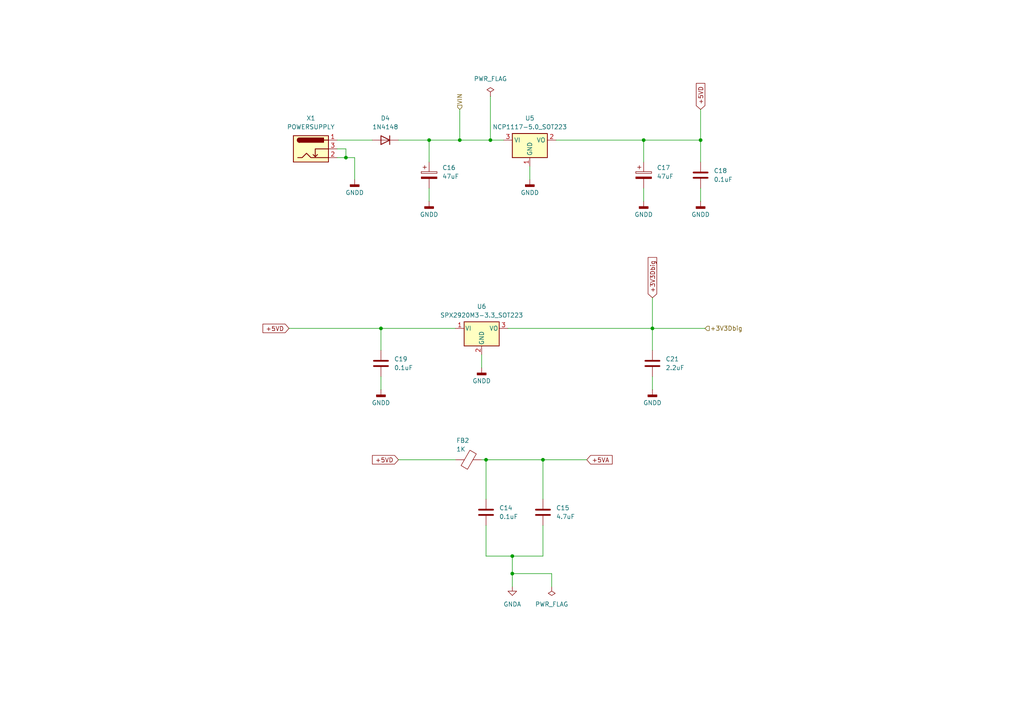
<source format=kicad_sch>
(kicad_sch (version 20250114) (generator "eeschema") (generator_version "9.0")
  (paper "A4")
  (lib_symbols
    (symbol "Connector:Barrel_Jack_Switch" (pin_names (hide yes))
      (property "Reference" "J" (at 0 5.334 0))
      (property "Value" "Barrel_Jack_Switch" (at 0 -5.08 0))
      (symbol "Barrel_Jack_Switch_0_1"
        (rectangle (start -5.08 3.81) (end 5.08 -3.81) (stroke (width 0.254)) (fill (type background)))
        (polyline (pts (xy -3.81 -2.54) (xy -2.54 -2.54) (xy -1.27 -1.27) (xy 0 -2.54) (xy 2.54 -2.54) (xy 5.08 -2.54)) (stroke (width 0.254)))
        (arc (start -3.302 1.905) (mid -3.9343 2.54) (end -3.302 3.175) (stroke (width 0.254)))
        (arc (start -3.302 1.905) (mid -3.9343 2.54) (end -3.302 3.175) (stroke (width 0.254)) (fill (type outline)))
        (polyline (pts (xy 1.27 -2.286) (xy 1.905 -1.651)) (stroke (width 0.254)))
        (rectangle (start 3.683 3.175) (end -3.302 1.905) (stroke (width 0.254)) (fill (type outline)))
        (polyline (pts (xy 5.08 2.54) (xy 3.81 2.54)) (stroke (width 0.254)))
        (polyline (pts (xy 5.08 0) (xy 1.27 0) (xy 1.27 -2.286) (xy 0.635 -1.651)) (stroke (width 0.254)))
      )
      (symbol "Barrel_Jack_Switch_1_1"
        (pin passive line (at 7.62 2.54 180) (length 2.54) (name "~") (number "1"))
        (pin passive line (at 7.62 0 180) (length 2.54) (name "~") (number "3"))
        (pin passive line (at 7.62 -2.54 180) (length 2.54) (name "~") (number "2"))
      )
    )
    (symbol "Device:C" (pin_numbers (hide yes)) (pin_names (offset 0.254))
      (property "Reference" "C" (at 0.635 2.54 0))
      (property "Value" "C" (at 0.635 -2.54 0))
      (symbol "C_0_1"
        (polyline (pts (xy -2.032 0.762) (xy 2.032 0.762)) (stroke (width 0.508)))
        (polyline (pts (xy -2.032 -0.762) (xy 2.032 -0.762)) (stroke (width 0.508)))
      )
      (symbol "C_1_1"
        (pin passive line (at 0 3.81 270) (length 2.794) (name "~") (number "1"))
        (pin passive line (at 0 -3.81 90) (length 2.794) (name "~") (number "2"))
      )
    )
    (symbol "Device:C_Polarized" (pin_numbers (hide yes)) (pin_names (offset 0.254))
      (property "Reference" "C" (at 0.635 2.54 0))
      (property "Value" "C_Polarized" (at 0.635 -2.54 0))
      (symbol "C_Polarized_0_1"
        (rectangle (start -2.286 0.508) (end 2.286 1.016))
        (polyline (pts (xy -1.778 2.286) (xy -0.762 2.286)))
        (polyline (pts (xy -1.27 2.794) (xy -1.27 1.778)))
        (rectangle (start 2.286 -0.508) (end -2.286 -1.016) (fill (type outline)))
      )
      (symbol "C_Polarized_1_1"
        (pin passive line (at 0 3.81 270) (length 2.794) (name "~") (number "1"))
        (pin passive line (at 0 -3.81 90) (length 2.794) (name "~") (number "2"))
      )
    )
    (symbol "Device:FerriteBead" (pin_numbers (hide yes)) (pin_names (offset 0))
      (property "Reference" "FB" (at -3.81 0.635 90))
      (property "Value" "FerriteBead" (at 3.81 0 90))
      (symbol "FerriteBead_0_1"
        (polyline (pts (xy -2.7686 0.4064) (xy -1.7018 2.2606) (xy 2.7686 -0.3048) (xy 1.6764 -2.159) (xy -2.7686 0.4064)))
        (polyline (pts (xy 0 1.27) (xy 0 1.2954)))
        (polyline (pts (xy 0 -1.27) (xy 0 -1.2192)))
      )
      (symbol "FerriteBead_1_1"
        (pin passive line (at 0 3.81 270) (length 2.54) (name "~") (number "1"))
        (pin passive line (at 0 -3.81 90) (length 2.54) (name "~") (number "2"))
      )
    )
    (symbol "Diode:1N4148" (pin_numbers (hide yes)) (pin_names (hide yes))
      (property "Reference" "D" (at 0 2.54 0))
      (property "Value" "1N4148" (at 0 -2.54 0))
      (symbol "1N4148_0_1"
        (polyline (pts (xy -1.27 1.27) (xy -1.27 -1.27)) (stroke (width 0.254)))
        (polyline (pts (xy 1.27 1.27) (xy 1.27 -1.27) (xy -1.27 0) (xy 1.27 1.27)) (stroke (width 0.254)))
        (polyline (pts (xy 1.27 0) (xy -1.27 0)))
      )
      (symbol "1N4148_1_1"
        (pin passive line (at -3.81 0 0) (length 2.54) (name "K") (number "1"))
        (pin passive line (at 3.81 0 180) (length 2.54) (name "A") (number "2"))
      )
    )
    (symbol "Regulator_Linear:NCP1117-5.0_SOT223"
      (property "Reference" "U" (at -3.81 3.175 0))
      (property "Value" "NCP1117-5.0_SOT223" (at 0 3.175 0))
      (symbol "NCP1117-5.0_SOT223_0_1"
        (rectangle (start -5.08 -5.08) (end 5.08 1.905) (stroke (width 0.254)) (fill (type background)))
      )
      (symbol "NCP1117-5.0_SOT223_1_1"
        (pin power_in line (at -7.62 0 0) (length 2.54) (name "VI") (number "3"))
        (pin power_in line (at 0 -7.62 90) (length 2.54) (name "GND") (number "1"))
        (pin power_out line (at 7.62 0 180) (length 2.54) (name "VO") (number "2"))
      )
    )
    (symbol "Regulator_Linear:SPX2920M3-3.3_SOT223" (pin_names (offset 0.254))
      (property "Reference" "U" (at -3.81 3.175 0))
      (property "Value" "SPX2920M3-3.3_SOT223" (at 0 3.175 0))
      (symbol "SPX2920M3-3.3_SOT223_0_1"
        (rectangle (start -5.08 -5.08) (end 5.08 1.905) (stroke (width 0.254)) (fill (type background)))
      )
      (symbol "SPX2920M3-3.3_SOT223_1_1"
        (pin power_in line (at -7.62 0 0) (length 2.54) (name "VI") (number "1"))
        (pin power_in line (at 0 -7.62 90) (length 2.54) (name "GND") (number "2"))
        (pin power_out line (at 7.62 0 180) (length 2.54) (name "VO") (number "3"))
      )
    )
    (symbol "power:GNDA" (power) (pin_numbers (hide yes)) (pin_names (offset 0) (hide yes))
      (property "Value" "GNDA" (at 0 -3.81 0))
      (symbol "GNDA_0_1"
        (polyline (pts (xy 0 0) (xy 0 -1.27) (xy 1.27 -1.27) (xy 0 -2.54) (xy -1.27 -1.27) (xy 0 -1.27)))
      )
      (symbol "GNDA_1_1"
        (pin power_in line (at 0 0 270) (length 0) (name "~") (number "1"))
      )
    )
    (symbol "power:GNDD" (power) (pin_numbers (hide yes)) (pin_names (offset 0) (hide yes))
      (property "Value" "GNDD" (at 0 -3.175 0))
      (symbol "GNDD_0_1"
        (rectangle (start -1.27 -1.524) (end 1.27 -2.032) (stroke (width 0.254)) (fill (type outline)))
        (polyline (pts (xy 0 0) (xy 0 -1.524)))
      )
      (symbol "GNDD_1_1"
        (pin power_in line (at 0 0 270) (length 0) (name "~") (number "1"))
      )
    )
    (symbol "power:PWR_FLAG" (power) (pin_numbers (hide yes)) (pin_names (offset 0) (hide yes))
      (property "Value" "PWR_FLAG" (at 0 3.81 0))
      (symbol "PWR_FLAG_0_0"
        (pin power_out line (at 0 0 90) (length 0) (name "~") (number "1"))
      )
      (symbol "PWR_FLAG_0_1"
        (polyline (pts (xy 0 0) (xy 0 1.27) (xy -1.016 1.905) (xy 0 2.54) (xy 1.016 1.905) (xy 0 1.27)))
      )
    )
  )
  (junction (at 203.2 40.64))
  (junction (at 110.49 95.25))
  (junction (at 124.46 40.64))
  (junction (at 133.35 40.64))
  (junction (at 148.59 161.29))
  (junction (at 142.24 40.64))
  (junction (at 148.59 166.37))
  (junction (at 157.48 133.35))
  (junction (at 140.97 133.35))
  (junction (at 189.23 95.25))
  (junction (at 100.33 45.72))
  (junction (at 186.69 40.64))
  (wire (pts (xy 147.32 95.25) (xy 189.23 95.25)))
  (wire (pts (xy 157.48 152.4) (xy 157.48 161.29)))
  (wire (pts (xy 142.24 40.64) (xy 146.05 40.64)))
  (wire (pts (xy 110.49 95.25) (xy 132.08 95.25)))
  (wire (pts (xy 203.2 40.64) (xy 203.2 46.99)))
  (wire (pts (xy 140.97 133.35) (xy 140.97 144.78)))
  (wire (pts (xy 140.97 161.29) (xy 140.97 152.4)))
  (wire (pts (xy 102.87 45.72) (xy 100.33 45.72)))
  (wire (pts (xy 189.23 95.25) (xy 189.23 101.6)))
  (wire (pts (xy 97.79 40.64) (xy 107.95 40.64)))
  (wire (pts (xy 189.23 86.36) (xy 189.23 95.25)))
  (wire (pts (xy 110.49 101.6) (xy 110.49 95.25)))
  (wire (pts (xy 148.59 166.37) (xy 148.59 170.18)))
  (wire (pts (xy 203.2 54.61) (xy 203.2 58.42)))
  (wire (pts (xy 160.02 166.37) (xy 148.59 166.37)))
  (wire (pts (xy 124.46 40.64) (xy 133.35 40.64)))
  (wire (pts (xy 140.97 133.35) (xy 157.48 133.35)))
  (wire (pts (xy 157.48 161.29) (xy 148.59 161.29)))
  (wire (pts (xy 124.46 54.61) (xy 124.46 58.42)))
  (wire (pts (xy 97.79 43.18) (xy 100.33 43.18)))
  (wire (pts (xy 139.7 133.35) (xy 140.97 133.35)))
  (wire (pts (xy 102.87 52.07) (xy 102.87 45.72)))
  (wire (pts (xy 161.29 40.64) (xy 186.69 40.64)))
  (wire (pts (xy 148.59 161.29) (xy 140.97 161.29)))
  (wire (pts (xy 133.35 40.64) (xy 142.24 40.64)))
  (wire (pts (xy 186.69 46.99) (xy 186.69 40.64)))
  (wire (pts (xy 203.2 40.64) (xy 186.69 40.64)))
  (wire (pts (xy 157.48 133.35) (xy 157.48 144.78)))
  (wire (pts (xy 189.23 95.25) (xy 204.47 95.25)))
  (wire (pts (xy 189.23 109.22) (xy 189.23 113.03)))
  (wire (pts (xy 100.33 45.72) (xy 97.79 45.72)))
  (wire (pts (xy 133.35 31.75) (xy 133.35 40.64)))
  (wire (pts (xy 186.69 54.61) (xy 186.69 58.42)))
  (wire (pts (xy 157.48 133.35) (xy 170.18 133.35)))
  (wire (pts (xy 124.46 46.99) (xy 124.46 40.64)))
  (wire (pts (xy 115.57 40.64) (xy 124.46 40.64)))
  (wire (pts (xy 203.2 31.75) (xy 203.2 40.64)))
  (wire (pts (xy 153.67 48.26) (xy 153.67 52.07)))
  (wire (pts (xy 110.49 109.22) (xy 110.49 113.03)))
  (wire (pts (xy 115.57 133.35) (xy 132.08 133.35)))
  (wire (pts (xy 148.59 161.29) (xy 148.59 166.37)))
  (wire (pts (xy 100.33 43.18) (xy 100.33 45.72)))
  (wire (pts (xy 139.7 102.87) (xy 139.7 106.68)))
  (wire (pts (xy 83.82 95.25) (xy 110.49 95.25)))
  (wire (pts (xy 142.24 27.94) (xy 142.24 40.64)))
  (wire (pts (xy 160.02 170.18) (xy 160.02 166.37)))
  (global_label "+5VD" (shape input) (at 203.2 31.75 90) (property "Intersheetrefs" "${INTERSHEET_REFS}" (effects (hide yes))))
  (global_label "+3V3Dbig" (shape input) (at 189.23 86.36 90) (property "Intersheetrefs" "${INTERSHEET_REFS}" (effects (hide yes))))
  (global_label "+5VA" (shape input) (at 170.18 133.35 0) (property "Intersheetrefs" "${INTERSHEET_REFS}" (effects (hide yes))))
  (global_label "+5VD" (shape input) (at 115.57 133.35 180) (property "Intersheetrefs" "${INTERSHEET_REFS}" (effects (hide yes))))
  (global_label "+5VD" (shape input) (at 83.82 95.25 180) (property "Intersheetrefs" "${INTERSHEET_REFS}" (effects (hide yes))))
  (hierarchical_label "+3V3Dbig" (shape input) (at 204.47 95.25 0))
  (hierarchical_label "VIN" (shape input) (at 133.35 31.75 90))
  (symbol (lib_id "Device:C") (at 110.49 105.41 180) (unit 1)
    (property "Reference" "C19" (at 114.3 104.1399 0) (effects (justify right)))
    (property "Value" "0.1uF" (at 114.3 106.6799 0) (effects (justify right)))
    (property "Footprint" "Capacitor_SMD:C_0603_1608Metric" (effects (hide yes)))
    (property "Description" "Unpolarized capacitor" (effects (hide yes)))
  )
  (symbol (lib_id "power:GNDD") (at 186.69 58.42 0) (unit 1)
    (property "Reference" "#PWR023" (effects (hide yes)))
    (property "Value" "GNDD" (at 186.69 62.23 0))
    (property "Description" "Power symbol creates a global label with name \"GNDD\" , digital ground" (effects (hide yes)))
  )
  (symbol (lib_id "power:GNDD") (at 139.7 106.68 0) (unit 1)
    (property "Reference" "#PWR027" (effects (hide yes)))
    (property "Value" "GNDD" (at 139.7 110.49 0))
    (property "Description" "Power symbol creates a global label with name \"GNDD\" , digital ground" (effects (hide yes)))
  )
  (symbol (lib_id "power:PWR_FLAG") (at 142.24 27.94 0) (unit 1)
    (property "Reference" "#FLG06" (effects (hide yes)))
    (property "Value" "PWR_FLAG" (at 142.24 22.86 0))
    (property "Description" "Special symbol for telling ERC where power comes from" (effects (hide yes)))
  )
  (symbol (lib_id "Device:C") (at 157.48 148.59 0) (unit 1)
    (property "Reference" "C15" (at 161.29 147.3199 0) (effects (justify left)))
    (property "Value" "4.7uF" (at 161.29 149.8599 0) (effects (justify left)))
    (property "Footprint" "Capacitor_SMD:C_0603_1608Metric" (effects (hide yes)))
    (property "Description" "Unpolarized capacitor" (effects (hide yes)))
  )
  (symbol (lib_id "Connector:Barrel_Jack_Switch") (at 90.17 43.18 0) (unit 1)
    (property "Reference" "X1" (at 90.17 34.29 0))
    (property "Value" "POWERSUPPLY" (at 90.17 36.83 0))
    (property "Footprint" "Connector_BarrelJack:BarrelJack_CUI_PJ-102AH_Horizontal" (effects (hide yes)))
    (property "Description" "DC Barrel Jack with an internal switch" (effects (hide yes)))
  )
  (symbol (lib_id "Regulator_Linear:SPX2920M3-3.3_SOT223") (at 139.7 95.25 0) (unit 1)
    (property "Reference" "U6" (at 139.7 88.9 0))
    (property "Value" "SPX2920M3-3.3_SOT223" (at 139.7 91.44 0))
    (property "Footprint" "Package_TO_SOT_SMD:SOT-223-3_TabPin2" (effects (hide yes)))
    (property "Datasheet" "http://www.zlgmcu.com/Sipex/LDO/PDF/spx2920.pdf" (effects (hide yes)))
    (property "Description" "400mA Low drop-out regulator, Fixed Output 3.3V, SOT-223" (effects (hide yes)))
  )
  (symbol (lib_id "Device:C") (at 140.97 148.59 0) (unit 1)
    (property "Reference" "C14" (at 144.78 147.3199 0) (effects (justify left)))
    (property "Value" "0.1uF" (at 144.78 149.8599 0) (effects (justify left)))
    (property "Footprint" "Capacitor_SMD:C_0603_1608Metric" (effects (hide yes)))
    (property "Description" "Unpolarized capacitor" (effects (hide yes)))
  )
  (symbol (lib_id "Device:C") (at 189.23 105.41 180) (unit 1)
    (property "Reference" "C21" (at 193.04 104.1399 0) (effects (justify right)))
    (property "Value" "2.2uF" (at 193.04 106.6799 0) (effects (justify right)))
    (property "Footprint" "Capacitor_SMD:C_0603_1608Metric" (effects (hide yes)))
    (property "Description" "Unpolarized capacitor" (effects (hide yes)))
  )
  (symbol (lib_id "Device:C_Polarized") (at 124.46 50.8 0) (unit 1)
    (property "Reference" "C16" (at 128.27 48.6409 0) (effects (justify left)))
    (property "Value" "47uF" (at 128.27 51.1809 0) (effects (justify left)))
    (property "Footprint" "Capacitor_SMD:CP_Elec_6.3x5.4" (effects (hide yes)))
    (property "Description" "Polarized capacitor" (effects (hide yes)))
  )
  (symbol (lib_id "Device:C") (at 203.2 50.8 180) (unit 1)
    (property "Reference" "C18" (at 207.01 49.5299 0) (effects (justify right)))
    (property "Value" "0.1uF" (at 207.01 52.0699 0) (effects (justify right)))
    (property "Footprint" "Capacitor_SMD:C_0603_1608Metric" (effects (hide yes)))
    (property "Description" "Unpolarized capacitor" (effects (hide yes)))
  )
  (symbol (lib_id "power:GNDD") (at 110.49 113.03 0) (unit 1)
    (property "Reference" "#PWR026" (effects (hide yes)))
    (property "Value" "GNDD" (at 110.49 116.84 0))
    (property "Description" "Power symbol creates a global label with name \"GNDD\" , digital ground" (effects (hide yes)))
  )
  (symbol (lib_id "power:PWR_FLAG") (at 160.02 170.18 180) (unit 1)
    (property "Reference" "#FLG07" (effects (hide yes)))
    (property "Value" "PWR_FLAG" (at 160.02 175.26 0))
    (property "Description" "Special symbol for telling ERC where power comes from" (effects (hide yes)))
  )
  (symbol (lib_id "power:GNDD") (at 124.46 58.42 0) (unit 1)
    (property "Reference" "#PWR022" (effects (hide yes)))
    (property "Value" "GNDD" (at 124.46 62.23 0))
    (property "Description" "Power symbol creates a global label with name \"GNDD\" , digital ground" (effects (hide yes)))
  )
  (symbol (lib_id "power:GNDD") (at 203.2 58.42 0) (unit 1)
    (property "Reference" "#PWR024" (effects (hide yes)))
    (property "Value" "GNDD" (at 203.2 62.23 0))
    (property "Description" "Power symbol creates a global label with name \"GNDD\" , digital ground" (effects (hide yes)))
  )
  (symbol (lib_id "power:GNDD") (at 153.67 52.07 0) (unit 1)
    (property "Reference" "#PWR021" (effects (hide yes)))
    (property "Value" "GNDD" (at 153.67 55.88 0))
    (property "Description" "Power symbol creates a global label with name \"GNDD\" , digital ground" (effects (hide yes)))
  )
  (symbol (lib_id "power:GNDD") (at 189.23 113.03 0) (unit 1)
    (property "Reference" "#PWR029" (effects (hide yes)))
    (property "Value" "GNDD" (at 189.23 116.84 0))
    (property "Description" "Power symbol creates a global label with name \"GNDD\" , digital ground" (effects (hide yes)))
  )
  (symbol (lib_id "Device:FerriteBead") (at 135.89 133.35 270) (unit 1)
    (property "Reference" "FB2" (at 132.334 127.762 90) (effects (justify left)))
    (property "Value" "1K" (at 132.334 130.302 90) (effects (justify left)))
    (property "Footprint" "Inductor_SMD:L_0603_1608Metric" (effects (hide yes)))
    (property "Description" "Ferrite bead" (effects (hide yes)))
  )
  (symbol (lib_id "Device:C_Polarized") (at 186.69 50.8 0) (unit 1)
    (property "Reference" "C17" (at 190.5 48.6409 0) (effects (justify left)))
    (property "Value" "47uF" (at 190.5 51.1809 0) (effects (justify left)))
    (property "Footprint" "Capacitor_SMD:CP_Elec_6.3x5.4" (effects (hide yes)))
    (property "Description" "Polarized capacitor" (effects (hide yes)))
  )
  (symbol (lib_id "power:GNDD") (at 102.87 52.07 0) (unit 1)
    (property "Reference" "#PWR019" (effects (hide yes)))
    (property "Value" "GNDD" (at 102.87 55.88 0))
    (property "Description" "Power symbol creates a global label with name \"GNDD\" , digital ground" (effects (hide yes)))
  )
  (symbol (lib_id "Regulator_Linear:NCP1117-5.0_SOT223") (at 153.67 40.64 0) (unit 1)
    (property "Reference" "U5" (at 153.67 34.29 0))
    (property "Value" "NCP1117-5.0_SOT223" (at 153.67 36.83 0))
    (property "Footprint" "Package_TO_SOT_SMD:SOT-223-3_TabPin2" (effects (hide yes)))
    (property "Datasheet" "http://www.onsemi.com/pub_link/Collateral/NCP1117-D.PDF" (effects (hide yes)))
    (property "Description" "1A Low drop-out regulator, Fixed Output 5V, SOT-223" (effects (hide yes)))
  )
  (symbol (lib_id "power:GNDA") (at 148.59 170.18 0) (unit 1)
    (property "Reference" "#PWR020" (effects (hide yes)))
    (property "Value" "GNDA" (at 148.59 175.26 0))
    (property "Description" "Power symbol creates a global label with name \"GNDA\" , analog ground" (effects (hide yes)))
  )
  (symbol (lib_id "Diode:1N4148") (at 111.76 40.64 180) (unit 1)
    (property "Reference" "D4" (at 111.76 34.29 0))
    (property "Value" "1N4148" (at 111.76 36.83 0))
    (property "Footprint" "Diode_SMD:D_SMA" (effects (hide yes)))
    (property "Datasheet" "https://assets.nexperia.com/documents/data-sheet/1N4148_1N4448.pdf" (effects (hide yes)))
    (property "Description" "100V 0.15A standard switching diode, DO-35" (effects (hide yes)))
    (property "Sim.Device" "D" (effects (hide yes)))
    (property "Sim.Pins" "1=K 2=A" (effects (hide yes)))
  )
)
</source>
